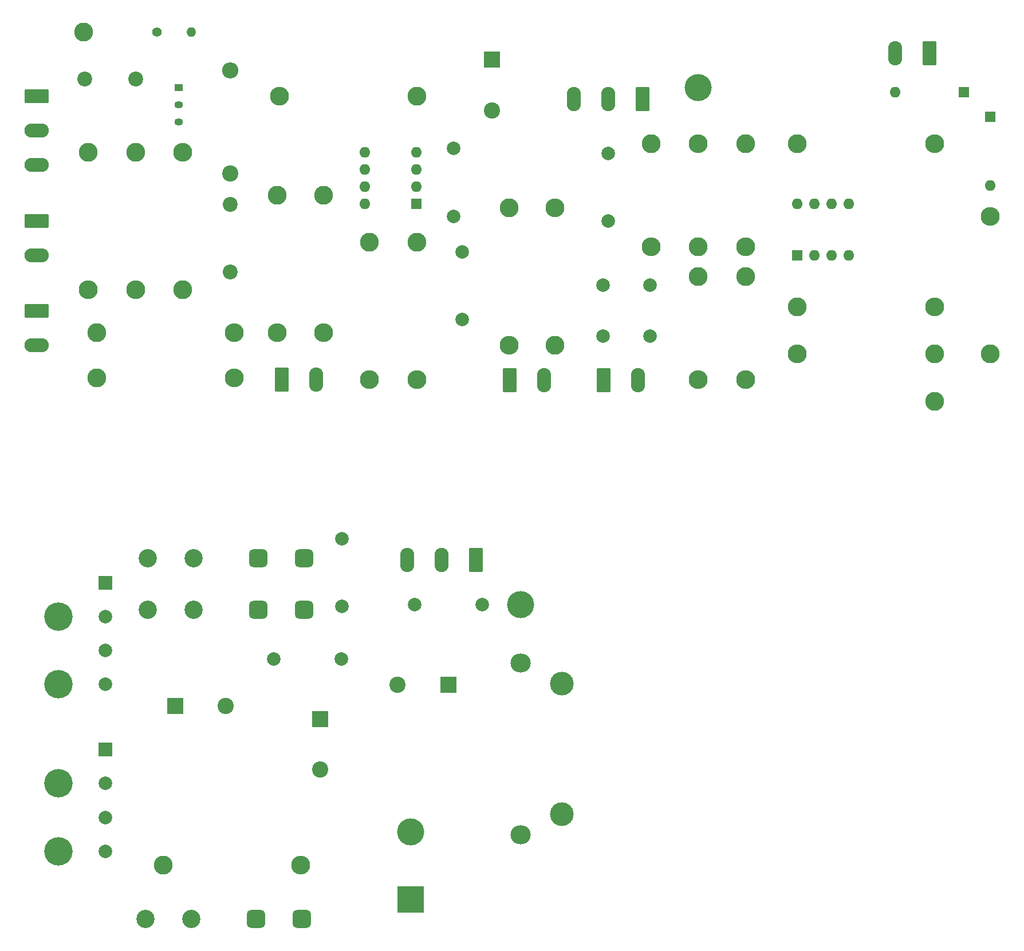
<source format=gbr>
%TF.GenerationSoftware,KiCad,Pcbnew,7.0.1*%
%TF.CreationDate,2024-04-09T21:12:25+02:00*%
%TF.ProjectId,6N6P_hybrid,364e3650-5f68-4796-9272-69642e6b6963,rev?*%
%TF.SameCoordinates,Original*%
%TF.FileFunction,Soldermask,Bot*%
%TF.FilePolarity,Negative*%
%FSLAX46Y46*%
G04 Gerber Fmt 4.6, Leading zero omitted, Abs format (unit mm)*
G04 Created by KiCad (PCBNEW 7.0.1) date 2024-04-09 21:12:25*
%MOMM*%
%LPD*%
G01*
G04 APERTURE LIST*
G04 Aperture macros list*
%AMRoundRect*
0 Rectangle with rounded corners*
0 $1 Rounding radius*
0 $2 $3 $4 $5 $6 $7 $8 $9 X,Y pos of 4 corners*
0 Add a 4 corners polygon primitive as box body*
4,1,4,$2,$3,$4,$5,$6,$7,$8,$9,$2,$3,0*
0 Add four circle primitives for the rounded corners*
1,1,$1+$1,$2,$3*
1,1,$1+$1,$4,$5*
1,1,$1+$1,$6,$7*
1,1,$1+$1,$8,$9*
0 Add four rect primitives between the rounded corners*
20,1,$1+$1,$2,$3,$4,$5,0*
20,1,$1+$1,$4,$5,$6,$7,0*
20,1,$1+$1,$6,$7,$8,$9,0*
20,1,$1+$1,$8,$9,$2,$3,0*%
G04 Aperture macros list end*
%ADD10O,3.000000X2.800000*%
%ADD11C,3.500000*%
%ADD12C,2.800000*%
%ADD13O,2.800000X2.800000*%
%ADD14C,2.000000*%
%ADD15R,1.300000X1.050000*%
%ADD16O,1.300000X1.050000*%
%ADD17R,1.600000X1.600000*%
%ADD18O,1.600000X1.600000*%
%ADD19RoundRect,0.675000X0.675000X0.675000X-0.675000X0.675000X-0.675000X-0.675000X0.675000X-0.675000X0*%
%ADD20C,2.700000*%
%ADD21RoundRect,0.249999X-1.550001X0.790001X-1.550001X-0.790001X1.550001X-0.790001X1.550001X0.790001X0*%
%ADD22O,3.600000X2.080000*%
%ADD23C,4.200000*%
%ADD24C,4.000000*%
%ADD25R,2.000000X2.000000*%
%ADD26C,2.200000*%
%ADD27R,2.400000X2.400000*%
%ADD28C,2.400000*%
%ADD29O,2.400000X2.400000*%
%ADD30RoundRect,0.249999X0.790001X1.550001X-0.790001X1.550001X-0.790001X-1.550001X0.790001X-1.550001X0*%
%ADD31O,2.080000X3.600000*%
%ADD32C,1.400000*%
%ADD33O,1.400000X1.400000*%
%ADD34R,4.000000X4.000000*%
%ADD35RoundRect,0.249999X-0.790001X-1.550001X0.790001X-1.550001X0.790001X1.550001X-0.790001X1.550001X0*%
G04 APERTURE END LIST*
D10*
%TO.C,R25*%
X100076000Y-144780000D03*
X100076000Y-119380000D03*
%TD*%
D11*
%TO.C,J22*%
X106196000Y-122428000D03*
%TD*%
%TO.C,J16*%
X106196000Y-141732000D03*
%TD*%
D12*
%TO.C,R21*%
X36195000Y-43815000D03*
D13*
X36195000Y-64135000D03*
%TD*%
D12*
%TO.C,R2*%
X140970000Y-42545000D03*
D13*
X161290000Y-42545000D03*
%TD*%
D14*
%TO.C,C2*%
X119253000Y-63500000D03*
X119253000Y-71000000D03*
%TD*%
D15*
%TO.C,Q1*%
X49530000Y-34255000D03*
D16*
X49530000Y-36795000D03*
X49530000Y-39335000D03*
%TD*%
D17*
%TO.C,U1*%
X140970000Y-59055000D03*
D18*
X143510000Y-59055000D03*
X146050000Y-59055000D03*
X148590000Y-59055000D03*
X148590000Y-51435000D03*
X146050000Y-51435000D03*
X143510000Y-51435000D03*
X140970000Y-51435000D03*
%TD*%
D12*
%TO.C,J8*%
X35490000Y-26035000D03*
%TD*%
D19*
%TO.C,F2*%
X68072000Y-111506000D03*
X61312000Y-111506000D03*
D20*
X51722000Y-111506000D03*
X44962000Y-111506000D03*
%TD*%
D21*
%TO.C,J6*%
X28532500Y-35560000D03*
D22*
X28532500Y-40640000D03*
X28532500Y-45720000D03*
%TD*%
D23*
%TO.C,J13*%
X31750000Y-122453400D03*
%TD*%
D24*
%TO.C,J15*%
X100076000Y-110744000D03*
%TD*%
D25*
%TO.C,D3*%
X38735000Y-132160000D03*
D14*
X38735000Y-137160000D03*
X38735000Y-142160000D03*
X38735000Y-147160000D03*
%TD*%
D26*
%TO.C,C8*%
X43180000Y-33020000D03*
X35680000Y-33020000D03*
%TD*%
D27*
%TO.C,C11*%
X70485000Y-127628000D03*
D28*
X70485000Y-135128000D03*
%TD*%
D12*
%TO.C,R3*%
X126365000Y-62230000D03*
D13*
X126365000Y-77470000D03*
%TD*%
D12*
%TO.C,R19*%
X37455000Y-70485000D03*
D13*
X57775000Y-70485000D03*
%TD*%
D14*
%TO.C,C9*%
X113030000Y-53975000D03*
X113030000Y-43975000D03*
%TD*%
D12*
%TO.C,R10*%
X77777500Y-57150000D03*
D13*
X77777500Y-77470000D03*
%TD*%
D28*
%TO.C,R20*%
X57150000Y-46990000D03*
D29*
X57150000Y-31750000D03*
%TD*%
D12*
%TO.C,R5*%
X161290000Y-73660000D03*
D13*
X140970000Y-73660000D03*
%TD*%
D23*
%TO.C,J11*%
X31750000Y-147193000D03*
%TD*%
D12*
%TO.C,R9*%
X119380000Y-42545000D03*
D13*
X119380000Y-57785000D03*
%TD*%
D23*
%TO.C,J12*%
X31750000Y-137160000D03*
%TD*%
D14*
%TO.C,C14*%
X73580000Y-118745000D03*
X63580000Y-118745000D03*
%TD*%
D12*
%TO.C,R23*%
X43180000Y-43815000D03*
D13*
X43180000Y-64135000D03*
%TD*%
D27*
%TO.C,C1*%
X89415000Y-122555000D03*
D28*
X81915000Y-122555000D03*
%TD*%
D23*
%TO.C,J14*%
X31750000Y-112471200D03*
%TD*%
D24*
%TO.C,J9*%
X126365000Y-34290000D03*
%TD*%
D12*
%TO.C,R11*%
X70993000Y-50165000D03*
D13*
X70993000Y-70485000D03*
%TD*%
D30*
%TO.C,J10*%
X93472000Y-104140000D03*
D31*
X88392000Y-104140000D03*
X83312000Y-104140000D03*
%TD*%
D12*
%TO.C,R13*%
X84762500Y-35560000D03*
D13*
X64442500Y-35560000D03*
%TD*%
D12*
%TO.C,R1*%
X140970000Y-66675000D03*
D13*
X161290000Y-66675000D03*
%TD*%
D12*
%TO.C,R6*%
X169545000Y-73660000D03*
D13*
X169545000Y-53340000D03*
%TD*%
D14*
%TO.C,C15*%
X84455000Y-110744000D03*
X94455000Y-110744000D03*
%TD*%
D32*
%TO.C,R24*%
X46355000Y-26035000D03*
D33*
X51435000Y-26035000D03*
%TD*%
D34*
%TO.C,C10*%
X83820000Y-154305000D03*
D24*
X83820000Y-144305000D03*
%TD*%
D35*
%TO.C,J3*%
X64760000Y-77470000D03*
D31*
X69840000Y-77470000D03*
%TD*%
D14*
%TO.C,C3*%
X91430000Y-58580000D03*
X91430000Y-68580000D03*
%TD*%
D35*
%TO.C,J4*%
X112395000Y-77502500D03*
D31*
X117475000Y-77502500D03*
%TD*%
D12*
%TO.C,R18*%
X47244000Y-149225000D03*
D13*
X67564000Y-149225000D03*
%TD*%
D14*
%TO.C,C7*%
X112268000Y-63500000D03*
X112268000Y-71000000D03*
%TD*%
D12*
%TO.C,J18*%
X161290000Y-80645000D03*
%TD*%
%TO.C,R7*%
X133350000Y-62230000D03*
D13*
X133350000Y-77470000D03*
%TD*%
D30*
%TO.C,J19*%
X160528000Y-29177500D03*
D31*
X155448000Y-29177500D03*
%TD*%
D25*
%TO.C,D11*%
X38735000Y-107475000D03*
D14*
X38735000Y-112475000D03*
X38735000Y-117475000D03*
X38735000Y-122475000D03*
%TD*%
D27*
%TO.C,C13*%
X49022000Y-125730000D03*
D28*
X56522000Y-125730000D03*
%TD*%
D14*
%TO.C,C16*%
X73660000Y-100965000D03*
X73660000Y-110965000D03*
%TD*%
D17*
%TO.C,U2*%
X84692500Y-51435000D03*
D18*
X84692500Y-48895000D03*
X84692500Y-46355000D03*
X84692500Y-43815000D03*
X77072500Y-43815000D03*
X77072500Y-46355000D03*
X77072500Y-48895000D03*
X77072500Y-51435000D03*
%TD*%
D12*
%TO.C,R14*%
X64135000Y-50165000D03*
D13*
X64135000Y-70485000D03*
%TD*%
D30*
%TO.C,J5*%
X118110000Y-35900228D03*
D31*
X113030000Y-35900228D03*
X107950000Y-35900228D03*
%TD*%
D12*
%TO.C,R15*%
X37455000Y-77216000D03*
D13*
X57775000Y-77216000D03*
%TD*%
D27*
%TO.C,C12*%
X95885000Y-30107272D03*
D28*
X95885000Y-37607272D03*
%TD*%
D12*
%TO.C,R22*%
X105156000Y-72390000D03*
D13*
X105156000Y-52070000D03*
%TD*%
D12*
%TO.C,R4*%
X126365000Y-57785000D03*
D13*
X126365000Y-42545000D03*
%TD*%
D12*
%TO.C,R8*%
X133350000Y-42545000D03*
D13*
X133350000Y-57785000D03*
%TD*%
D35*
%TO.C,J1*%
X98450400Y-77502500D03*
D31*
X103530400Y-77502500D03*
%TD*%
D19*
%TO.C,F1*%
X67720000Y-157226000D03*
X60960000Y-157226000D03*
D20*
X51370000Y-157226000D03*
X44610000Y-157226000D03*
%TD*%
D17*
%TO.C,D2*%
X169545000Y-38608000D03*
D18*
X169545000Y-48768000D03*
%TD*%
D12*
%TO.C,R16*%
X84762500Y-57150000D03*
D13*
X84762500Y-77470000D03*
%TD*%
D12*
%TO.C,R17*%
X50155000Y-64135000D03*
D13*
X50155000Y-43815000D03*
%TD*%
D26*
%TO.C,C5*%
X57150000Y-51515000D03*
X57150000Y-61515000D03*
%TD*%
D21*
%TO.C,J7*%
X28532500Y-67310000D03*
D22*
X28532500Y-72390000D03*
%TD*%
D14*
%TO.C,C4*%
X90170000Y-43260000D03*
X90170000Y-53260000D03*
%TD*%
D17*
%TO.C,D1*%
X165608000Y-34925000D03*
D18*
X155448000Y-34925000D03*
%TD*%
D19*
%TO.C,F3*%
X68072000Y-103886000D03*
X61312000Y-103886000D03*
D20*
X51722000Y-103886000D03*
X44962000Y-103886000D03*
%TD*%
D21*
%TO.C,J2*%
X28565000Y-53975000D03*
D22*
X28565000Y-59055000D03*
%TD*%
D12*
%TO.C,R12*%
X98425000Y-52070000D03*
D13*
X98425000Y-72390000D03*
%TD*%
M02*

</source>
